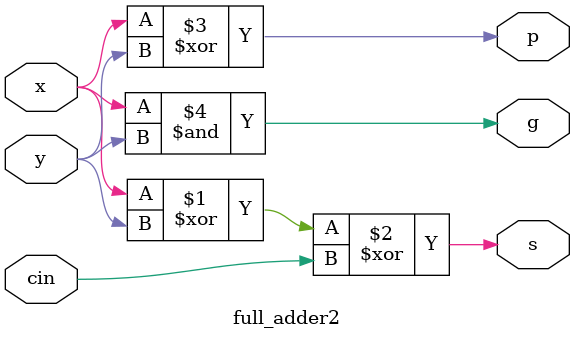
<source format=sv>
module lookahead_adder (
	input  [15:0] A, B,
	input         cin,
	output [15:0] S,
	output        cout
	//output 			p,
	//output 			g
	
);
    /* TODO
     *
     * Insert code here to implement a CLA adder.
     * Your code should be completly combinational (don't use always_ff or always_latch).
     * Feel free to create sub-modules or other files. */
	   
	  
	  //combines each of the four-four bit ripple adders - 16 bit CLA
	  
	  //carry in next
	  //logic PG0, PG1, PG2, PG3;
	  //logic GG0, GG1, GG2, GG3;
	  
	  //logic P0, P1, P2, P3;
	  //logic G0, G1, G2, G3; 
	  
	  //
	  //pg = P0 & P1 & P2 & P3 
	  //gg = G3 | (G2 & P3) | (G1 & P3 & P2) | (G0 & P3 & P2 & P1) 
	  //four_bit_ra2 FRA1(.x(A[7:4]), .y(B[7:4]), .cin(C0), .s(S[7:4]), .cout(C1));
	  
	  //each 4x1 adder 
	  
			logic GG_0, GG_4, GG_8, GG_12;
			logic PG_0, PG_4, PG_8, PG_12; 
			logic cin_next4, cin_next8, cin_next12; 
			logic PG, GG; 
	  
			assign cin_next4 = GG_0 | (PG_0 & cin)  ;
			assign cin_next8 = GG_4 | (GG_0 & PG_4) | (PG_0 & cin & PG_4)  ;
			assign cin_next12 = GG_8| (GG_4 & PG_8) | (GG_0 & PG_8 & PG_4) | (cin & PG_8 & PG_4 & PG_0);
			assign PG = (PG_0 & PG_4 & PG_8 & PG_12);
			assign GG = GG_12 | (GG_8 & PG_12) | (GG_4 & PG_12 & PG_8) | (GG_0 & PG_12 & PG_8 & PG_4);
			assign cout = GG | (PG & cin_next12);
			
			
			//assign PG = p0 & p1 & p2 & p3;
			//assign GG = g3 | (g2 & p3) | (g1 & p3 & p2) | (g0 & p3 & p2 & p1);
			//assign cout = GG & PG;
			
			//add PG and GG connect ports 
	  
	  four_bit_ra2 FRA0(.x(A[3:0]), .y(B[3:0]), .cin(cin), .s(S[3:0]), .PG(PG_0), .GG(GG_0));
		four_bit_ra2 FRA1(.x(A[7:4]), .y(B[7:4]), .cin(cin_next4), .s(S[7:4]), .PG(PG_4), .GG(GG_4));
		four_bit_ra2 FRA2(.x(A[11:8]), .y(B[11:8]), .cin(cin_next8), .s(S[11:8]), .PG(PG_8), .GG(GG_8));
		four_bit_ra2 FRA3(.x(A[15:12]), .y(B[15:12]), .cin(cin_next12), .s(S[15:12]), .PG(PG_12), .GG(GG_12));
		
	
endmodule 	

//
		
		
		
		
		
		
		
		
		
module four_bit_ra2( //single 4-bit adder block
			input [3:0] x,
			input [3:0] y,
			input cin,
			output logic [3:0] s,
			output logic cout,
			//output logic p,
			//output logic g,
			output logic PG,
			output logic GG
			
			);
			
			
	
	
	
	
	
	logic p0, p1, p2, p3; 
	logic g0, g1, g2, g3; 
	logic cnext1, cnext2, cnext3; 
	
	//assign cin_next = GG | (PG & cin)  ;
			assign PG = p0 & p1 & p2 & p3;
			assign GG = g3 | (g2 & p3) | (g1 & p3 & p2) | (g0 & p3 & p2 & p1);
			//logic c0, c1, c2; 
	
	assign cnext1 = (cin & p0) | g0;
	assign cnext2 = (cin & p0 & p1) | (g0 & p1) | g1;
	assign cnext3 = (cin & p0 & p1 & p2) | (g0 & p1 & p2) | (g1 & p2) | g2;
		
		//each is for 1-bit of the 4-bit adder
	full_adder2 fa0(.x(x[0]), .y(y[0]), .cin(cin), .s(s[0]), .p(p0), .g(g0)); 
	full_adder2 fa1(.x(x[1]), .y(y[1]), .cin(cnext1), .s(s[1]), .p(p1), .g(g1));
	full_adder2 fa2(.x(x[2]), .y(y[2]), .cin(cnext2), .s(s[2]), .p(p2), .g(g2));
	full_adder2 fa3(.x(x[3]), .y(y[3]), .cin(cnext3), .s(s[3]), .p(p3), .g(g3));
		
endmodule		
		
		
		
		
		
		
		
		
		
		
		
module full_adder2( // 1-bit adder 
		//define variables - inputs, carry in, sum, and carry out 
			input x,
			input y,
			input cin,
			output logic s,
			//output logic cout,
			output logic p,
			output logic g 
			);
	
	assign s = x ^ y ^ cin; //XOR the inputs 
	//assign cout = (x & y) | (y & cin) | (cin & x); //AND the inputs and OR each combination
	assign p = x ^ y; 
	assign g = x & y; 
	
	


endmodule
</source>
